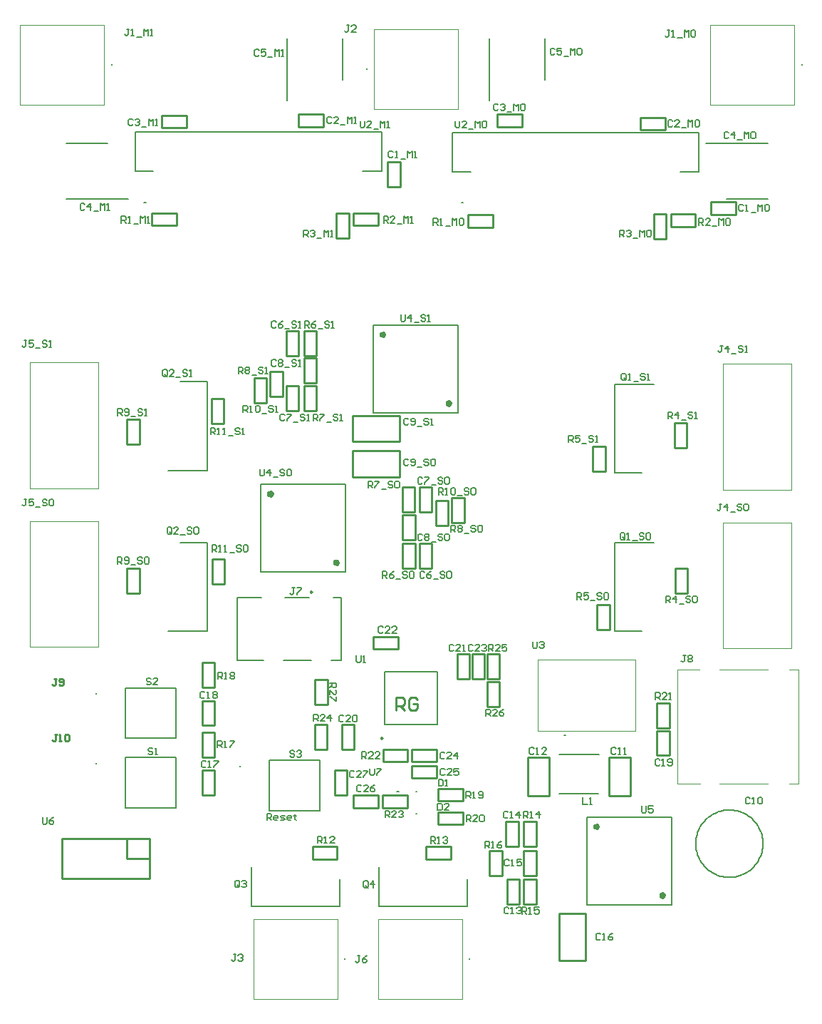
<source format=gto>
G04*
G04 #@! TF.GenerationSoftware,Altium Limited,Altium Designer,24.2.2 (26)*
G04*
G04 Layer_Color=65535*
%FSLAX25Y25*%
%MOIN*%
G70*
G04*
G04 #@! TF.SameCoordinates,1A1EAA83-3352-477D-9F2F-1BB8837AECD5*
G04*
G04*
G04 #@! TF.FilePolarity,Positive*
G04*
G01*
G75*
%ADD10C,0.00787*%
%ADD11C,0.00394*%
%ADD12C,0.00984*%
%ADD13C,0.00945*%
%ADD14C,0.00787*%
%ADD15C,0.01575*%
%ADD16C,0.01000*%
%ADD17C,0.00500*%
D10*
X240517Y471423D02*
D03*
Y503888D02*
D03*
X357071Y380000D02*
D03*
X415386D02*
D03*
X308021Y470098D02*
D03*
X367323Y796000D02*
D03*
X570886Y798000D02*
D03*
X247886D02*
D03*
D11*
X551128Y515430D02*
X551522D01*
X551128D01*
X241729Y600093D02*
Y658952D01*
X209642Y600093D02*
X241729D01*
X209642D02*
Y658952D01*
X241729D01*
X512447Y461985D02*
X523175D01*
X512447D02*
Y515528D01*
X522782D01*
X532231Y461985D02*
X555065D01*
X532231Y515528D02*
X555065D01*
X564908Y461985D02*
X569337D01*
Y515528D01*
X564908D02*
X569337D01*
X314158Y361299D02*
X353528D01*
X314158D02*
Y398701D01*
X353528D01*
Y361299D02*
Y398701D01*
X372472Y361299D02*
X411842D01*
X372472D02*
Y398701D01*
X411842D01*
Y361299D02*
Y398701D01*
X447171Y486656D02*
Y520120D01*
Y486656D02*
X492840D01*
Y520120D01*
X447171D02*
X492840D01*
X209642Y584767D02*
X241729D01*
X209642Y525908D02*
Y584767D01*
Y525908D02*
X241729D01*
Y584767D01*
X533858Y525287D02*
Y584146D01*
X565945D01*
Y525287D02*
Y584146D01*
X533858Y525287D02*
X565945D01*
X533858Y599472D02*
Y658331D01*
X565945D01*
Y599472D02*
Y658331D01*
X533858Y599472D02*
X565945D01*
X370472Y814701D02*
X409842D01*
Y777299D02*
Y814701D01*
X370472Y777299D02*
X409842D01*
X370472D02*
Y814701D01*
X567343Y779299D02*
Y816701D01*
X527972D02*
X567343D01*
X527972Y779299D02*
Y816701D01*
Y779299D02*
X567343D01*
X244342D02*
Y816701D01*
X204972D02*
X244342D01*
X204972Y779299D02*
Y816701D01*
Y779299D02*
X244342D01*
D12*
X374713Y483398D02*
X373974Y483824D01*
Y482971D01*
X374713Y483398D01*
D13*
X341709Y551749D02*
X341000Y552158D01*
Y551340D01*
X341709Y551749D01*
D14*
X552638Y434000D02*
X552606Y434999D01*
X552511Y435994D01*
X552353Y436980D01*
X552133Y437955D01*
X551852Y438914D01*
X551510Y439853D01*
X551109Y440768D01*
X550651Y441657D01*
X550138Y442514D01*
X549571Y443337D01*
X548953Y444123D01*
X548287Y444867D01*
X547575Y445568D01*
X546820Y446223D01*
X546025Y446828D01*
X545192Y447381D01*
X544327Y447881D01*
X543432Y448325D01*
X542510Y448711D01*
X541566Y449038D01*
X540602Y449304D01*
X539624Y449509D01*
X538635Y449651D01*
X537639Y449730D01*
X536640Y449746D01*
X535642Y449698D01*
X534649Y449588D01*
X533665Y449414D01*
X532693Y449179D01*
X531739Y448882D01*
X530806Y448525D01*
X529897Y448110D01*
X529016Y447638D01*
X528167Y447111D01*
X527353Y446532D01*
X526577Y445902D01*
X525843Y445224D01*
X525153Y444500D01*
X524511Y443735D01*
X523918Y442930D01*
X523378Y442089D01*
X522892Y441216D01*
X522463Y440314D01*
X522091Y439386D01*
X521780Y438437D01*
X521529Y437469D01*
X521340Y436488D01*
X521213Y435497D01*
X521150Y434500D01*
Y433500D01*
X521213Y432503D01*
X521340Y431512D01*
X521529Y430531D01*
X521780Y429563D01*
X522091Y428614D01*
X522463Y427686D01*
X522892Y426784D01*
X523378Y425911D01*
X523918Y425070D01*
X524511Y424265D01*
X525153Y423500D01*
X525843Y422777D01*
X526577Y422098D01*
X527353Y421468D01*
X528167Y420889D01*
X529016Y420362D01*
X529897Y419890D01*
X530806Y419475D01*
X531739Y419118D01*
X532693Y418821D01*
X533665Y418586D01*
X534649Y418412D01*
X535642Y418301D01*
X536640Y418254D01*
X537639Y418270D01*
X538635Y418349D01*
X539624Y418491D01*
X540602Y418696D01*
X541566Y418962D01*
X542510Y419289D01*
X543432Y419675D01*
X544327Y420119D01*
X545192Y420618D01*
X546025Y421172D01*
X546820Y421777D01*
X547575Y422432D01*
X548287Y423133D01*
X548953Y423877D01*
X549571Y424663D01*
X550138Y425486D01*
X550651Y426343D01*
X551109Y427232D01*
X551510Y428147D01*
X551852Y429086D01*
X552133Y430045D01*
X552353Y431020D01*
X552511Y432006D01*
X552606Y433001D01*
X552638Y434000D01*
X459612Y484687D02*
X460399D01*
X459612D01*
X390260Y448052D02*
X390654D01*
X390260D01*
X390654D01*
X382164Y458527D02*
X381376D01*
X382164D01*
X390295Y458283D02*
X390689D01*
X390295D01*
X390689D01*
X412244Y733606D02*
X411457D01*
X412244D01*
X263811Y733858D02*
X263024D01*
X263811D01*
X254245Y450754D02*
X277867D01*
Y474376D01*
X254245D02*
X277867D01*
X254245Y450754D02*
Y474376D01*
Y483219D02*
Y506841D01*
X277867D01*
Y483219D02*
Y506841D01*
X254245Y483219D02*
X277867D01*
X375598Y489598D02*
X400402D01*
Y514402D01*
X375598D02*
X400402D01*
X375598Y489598D02*
Y514402D01*
X313343Y404750D02*
Y423057D01*
Y404750D02*
X354760D01*
Y417447D01*
X372857Y404822D02*
Y423129D01*
Y404822D02*
X414274D01*
Y417519D01*
X274390Y533291D02*
X292697D01*
Y574709D01*
X280000D02*
X292697D01*
X280000Y649944D02*
X292697D01*
Y608527D02*
Y649944D01*
X274390Y608527D02*
X292697D01*
X483303Y607291D02*
X496000D01*
X483303D02*
Y648709D01*
X501610D01*
X483303Y533291D02*
X496000D01*
X483303D02*
Y574709D01*
X501610D01*
X321749Y449429D02*
Y473051D01*
X345371D01*
Y449429D02*
Y473051D01*
X321749Y449429D02*
X345371D01*
X357382Y561008D02*
Y601992D01*
X317618D02*
X357382D01*
X317618Y561008D02*
Y601992D01*
Y561008D02*
X357382D01*
X370118Y635508D02*
Y676492D01*
Y635508D02*
X409882D01*
Y676492D01*
X370118D02*
X409882D01*
X470118Y446492D02*
X509882D01*
Y405508D02*
Y446492D01*
X470118Y405508D02*
X509882D01*
X470118D02*
Y446492D01*
X450492Y791004D02*
Y810492D01*
X424508Y781260D02*
Y810492D01*
X535543Y735508D02*
X555031D01*
X525799Y761492D02*
X555031D01*
X355992Y791004D02*
Y810492D01*
X330008Y781260D02*
Y810492D01*
X226508Y761492D02*
X245996D01*
X226508Y735508D02*
X255740D01*
D15*
X353740Y565437D02*
X353196Y566186D01*
X352316Y565900D01*
Y564974D01*
X353196Y564688D01*
X353740Y565437D01*
X322835Y597563D02*
X322291Y598312D01*
X321410Y598026D01*
Y597100D01*
X322291Y596814D01*
X322835Y597563D01*
X375335Y672063D02*
X374791Y672812D01*
X373910Y672526D01*
Y671600D01*
X374791Y671314D01*
X375335Y672063D01*
X406240Y639937D02*
X405696Y640686D01*
X404816Y640400D01*
Y639474D01*
X405696Y639188D01*
X406240Y639937D01*
X506240Y409937D02*
X505696Y410686D01*
X504816Y410400D01*
Y409474D01*
X505696Y409188D01*
X506240Y409937D01*
X475335Y442063D02*
X474791Y442812D01*
X473910Y442526D01*
Y441600D01*
X474791Y441314D01*
X475335Y442063D01*
D16*
X457398Y401217D02*
X469602D01*
Y379366D02*
Y401217D01*
X457398Y379366D02*
Y401217D01*
X458933Y379366D02*
X469602D01*
X457398D02*
X458933D01*
X360748Y621898D02*
Y634102D01*
X382598D01*
X360748Y621898D02*
X382598D01*
Y623433D02*
Y634102D01*
Y621898D02*
Y623433D01*
X360748Y605398D02*
Y617602D01*
X382598D01*
X360748Y605398D02*
X382598D01*
Y606933D02*
Y617602D01*
Y605398D02*
Y606933D01*
X254784Y426980D02*
Y436035D01*
Y426980D02*
X265512D01*
Y417630D02*
Y436331D01*
X224764D02*
X265512D01*
X224764Y417630D02*
Y436331D01*
Y417630D02*
X265512D01*
X294528Y630522D02*
X300328D01*
Y642122D01*
X294528D02*
X300328D01*
X294528Y630522D02*
Y642122D01*
X341827Y426765D02*
X353427D01*
X341827D02*
Y432565D01*
X353427D01*
Y426765D02*
Y432565D01*
X295911Y507018D02*
Y518618D01*
X290111Y507018D02*
X295911D01*
X290111D02*
Y518618D01*
X295911D01*
Y489230D02*
Y500830D01*
X290111Y489230D02*
X295911D01*
X290111D02*
Y500830D01*
X295911D01*
Y456765D02*
Y468365D01*
X290111Y456765D02*
X295911D01*
X290111D02*
Y468365D01*
X295911D01*
Y474424D02*
Y486024D01*
X290111Y474424D02*
X295911D01*
X290111D02*
Y486024D01*
X295911D01*
X348684Y478017D02*
Y489617D01*
X342884Y478017D02*
X348684D01*
X342884D02*
Y489617D01*
X348684D01*
X260900Y551200D02*
Y562800D01*
X255100Y551200D02*
X260900D01*
X255100D02*
Y562800D01*
X260900D01*
X294799Y555296D02*
Y566896D01*
X300599D01*
Y555296D02*
Y566896D01*
X294799Y555296D02*
X300599D01*
X357971Y456765D02*
Y468365D01*
X352171Y456765D02*
X357971D01*
X352171D02*
Y468365D01*
X357971D01*
X361400Y478200D02*
Y489800D01*
X355600Y478200D02*
X361400D01*
X355600D02*
Y489800D01*
X361400D01*
X360930Y450861D02*
X372530D01*
X360930D02*
Y456661D01*
X372530D01*
Y450861D02*
Y456661D01*
X374758Y450861D02*
X386358D01*
X374758D02*
Y456661D01*
X386358D01*
Y450861D02*
Y456661D01*
X374807Y472294D02*
X386407D01*
X374807D02*
Y478094D01*
X386407D01*
Y472294D02*
Y478094D01*
X388212Y464660D02*
X399812D01*
X388212D02*
Y470460D01*
X399812D01*
Y464660D02*
Y470460D01*
X388289Y472214D02*
X399889D01*
X388289D02*
Y478014D01*
X399889D01*
Y472214D02*
Y478014D01*
X348900Y499200D02*
Y510800D01*
X343100Y499200D02*
X348900D01*
X343100D02*
Y510800D01*
X348900D01*
X370398Y530785D02*
X381998D01*
Y524985D02*
Y530785D01*
X370398Y524985D02*
X381998D01*
X370398D02*
Y530785D01*
X503100Y488200D02*
Y499800D01*
X508900D01*
Y488200D02*
Y499800D01*
X503100Y488200D02*
X508900D01*
Y475251D02*
Y486851D01*
X503100Y475251D02*
X508900D01*
X503100D02*
Y486851D01*
X508900D01*
X517400Y551200D02*
Y562800D01*
X511600Y551200D02*
X517400D01*
X511600D02*
Y562800D01*
X517400D01*
X511265Y619149D02*
Y630749D01*
X517065D01*
Y619149D02*
Y630749D01*
X511265Y619149D02*
X517065D01*
X383985Y575938D02*
Y587538D01*
X389785D01*
Y575938D02*
Y587538D01*
X383985Y575938D02*
X389785D01*
X383995Y562690D02*
Y574290D01*
X389795D01*
Y562690D02*
Y574290D01*
X383995Y562690D02*
X389795D01*
X405400Y582649D02*
Y594249D01*
X399600Y582649D02*
X405400D01*
X399600D02*
Y594249D01*
X405400D01*
X391952Y562690D02*
Y574290D01*
X397752D01*
Y562690D02*
Y574290D01*
X391952Y562690D02*
X397752D01*
X407100Y584200D02*
Y595800D01*
X412900D01*
Y584200D02*
Y595800D01*
X407100Y584200D02*
X412900D01*
X389724Y589057D02*
Y600657D01*
X383924Y589057D02*
X389724D01*
X383924D02*
Y600657D01*
X389724D01*
X397752Y589057D02*
Y600657D01*
X391952Y589057D02*
X397752D01*
X391952D02*
Y600657D01*
X397752D01*
X473100Y608200D02*
Y619800D01*
X478900D01*
Y608200D02*
Y619800D01*
X473100Y608200D02*
X478900D01*
X335430Y662076D02*
Y673676D01*
X329630Y662076D02*
X335430D01*
X329630D02*
Y673676D01*
X335430D01*
X343710Y649312D02*
Y660912D01*
X337910Y649312D02*
X343710D01*
X337910D02*
Y660912D01*
X343710D01*
X343650Y662143D02*
Y673743D01*
X337850Y662143D02*
X343650D01*
X337850D02*
Y673743D01*
X343650D01*
X415400Y511200D02*
Y522800D01*
X409600Y511200D02*
X415400D01*
X409600D02*
Y522800D01*
X415400D01*
X422400Y511200D02*
Y522800D01*
X416600Y511200D02*
X422400D01*
X416600D02*
Y522800D01*
X422400D01*
X400674Y442907D02*
X412274D01*
X400674D02*
Y448707D01*
X412274D01*
Y442907D02*
Y448707D01*
X400721Y453980D02*
X412321D01*
X400721D02*
Y459780D01*
X412321D01*
Y453980D02*
Y459780D01*
X423600Y498149D02*
Y509749D01*
X429400D01*
Y498149D02*
Y509749D01*
X423600Y498149D02*
X429400D01*
X490512Y456228D02*
Y474228D01*
X480512Y456228D02*
X490512D01*
X480512D02*
Y474228D01*
X490512D01*
X475100Y534200D02*
Y545800D01*
X480900D01*
Y534200D02*
Y545800D01*
X475100Y534200D02*
X480900D01*
X423600Y511149D02*
Y522749D01*
X429400D01*
Y511149D02*
Y522749D01*
X423600Y511149D02*
X429400D01*
X452519Y456228D02*
Y474228D01*
X442519Y456228D02*
X452519D01*
X442519D02*
Y474228D01*
X452519D01*
X446519Y419110D02*
Y430710D01*
X440719Y419110D02*
X446519D01*
X440719D02*
Y430710D01*
X446519D01*
X394958Y432565D02*
X406558D01*
Y426765D02*
Y432565D01*
X394958Y426765D02*
X406558D01*
X394958D02*
Y432565D01*
X424742Y419110D02*
Y430710D01*
X430542D01*
Y419110D02*
Y430710D01*
X424742Y419110D02*
X430542D01*
X440759Y405707D02*
Y417307D01*
X446559D01*
Y405707D02*
Y417307D01*
X440759Y405707D02*
X446559D01*
X432825D02*
Y417307D01*
X438625D01*
Y405707D02*
Y417307D01*
X432825Y405707D02*
X438625D01*
X438190Y432824D02*
Y444424D01*
X432390Y432824D02*
X438190D01*
X432390D02*
Y444424D01*
X438190D01*
X446519Y432824D02*
Y444424D01*
X440719Y432824D02*
X446519D01*
X440719D02*
Y444424D01*
X446519D01*
X255100Y620700D02*
X260900D01*
Y632300D01*
X255100D02*
X260900D01*
X255100Y620700D02*
Y632300D01*
X320400Y640200D02*
Y651800D01*
X314600Y640200D02*
X320400D01*
X314600D02*
Y651800D01*
X320400D01*
X329630Y636289D02*
Y647889D01*
X335430D01*
Y636289D02*
Y647889D01*
X329630Y636289D02*
X335430D01*
X337889Y636276D02*
Y647876D01*
X343689D01*
Y636276D02*
Y647876D01*
X337889Y636276D02*
X343689D01*
X322100Y643200D02*
Y654800D01*
X327900D01*
Y643200D02*
Y654800D01*
X322100Y643200D02*
X327900D01*
X414700Y727900D02*
X426300D01*
Y722100D02*
Y727900D01*
X414700Y722100D02*
X426300D01*
X414700D02*
Y727900D01*
X509475Y728300D02*
X521075D01*
Y722500D02*
Y728300D01*
X509475Y722500D02*
X521075D01*
X509475D02*
Y728300D01*
X495200Y773400D02*
X506800D01*
Y767600D02*
Y773400D01*
X495200Y767600D02*
X506800D01*
X495200D02*
Y773400D01*
X266676Y728800D02*
X278276D01*
Y723000D02*
Y728800D01*
X266676Y723000D02*
X278276D01*
X266676D02*
Y728800D01*
X501600Y716700D02*
Y728300D01*
X507400D01*
Y716700D02*
Y728300D01*
X501600Y716700D02*
X507400D01*
X361100Y723000D02*
Y728800D01*
Y723000D02*
X372700D01*
Y728800D01*
X361100D02*
X372700D01*
X439800Y769100D02*
Y774900D01*
X428200D02*
X439800D01*
X428200Y769100D02*
Y774900D01*
Y769100D02*
X439800D01*
X528200Y728100D02*
Y733900D01*
Y728100D02*
X539800D01*
Y733900D01*
X528200D02*
X539800D01*
X353100Y717200D02*
X358900D01*
Y728800D01*
X353100D02*
X358900D01*
X353100Y717200D02*
Y728800D01*
X377100Y752800D02*
X382900D01*
X377100Y741200D02*
Y752800D01*
Y741200D02*
X382900D01*
Y752800D01*
X282851Y768600D02*
Y774400D01*
X271251D02*
X282851D01*
X271251Y768600D02*
Y774400D01*
Y768600D02*
X282851D01*
X346851Y769100D02*
Y774900D01*
X335251D02*
X346851D01*
X335251Y769100D02*
Y774900D01*
Y769100D02*
X346851D01*
X381000Y496500D02*
Y502498D01*
X383999D01*
X384999Y501498D01*
Y499499D01*
X383999Y498499D01*
X381000D01*
X382999D02*
X384999Y496500D01*
X390997Y501498D02*
X389997Y502498D01*
X387998D01*
X386998Y501498D01*
Y497500D01*
X387998Y496500D01*
X389997D01*
X390997Y497500D01*
Y499499D01*
X388997D01*
X222163Y485074D02*
X221114D01*
X221639D01*
Y482450D01*
X221114Y481926D01*
X220589D01*
X220064Y482450D01*
X223213Y481926D02*
X224262D01*
X223738D01*
Y485074D01*
X223213Y484550D01*
X225837D02*
X226361Y485074D01*
X227411D01*
X227936Y484550D01*
Y482450D01*
X227411Y481926D01*
X226361D01*
X225837Y482450D01*
Y484550D01*
X222099Y511149D02*
X221049D01*
X221574D01*
Y508525D01*
X221049Y508000D01*
X220525D01*
X220000Y508525D01*
X223149D02*
X223673Y508000D01*
X224723D01*
X225248Y508525D01*
Y510624D01*
X224723Y511149D01*
X223673D01*
X223149Y510624D01*
Y510099D01*
X223673Y509574D01*
X225248D01*
D17*
X306709Y519823D02*
Y549177D01*
X351669D02*
X355291D01*
X329031D02*
X340252D01*
X306709D02*
X317811D01*
X355291Y519823D02*
Y549177D01*
X306709Y519823D02*
X318795D01*
X328244D02*
X341433D01*
X350488D02*
X355291D01*
X457267Y457318D02*
X475744D01*
X457267Y475748D02*
X475791D01*
X513819Y748016D02*
X522677D01*
X407323D02*
X415787D01*
X522677D02*
Y766323D01*
X407323Y748016D02*
Y766323D01*
X522677D01*
X365386Y748268D02*
X374244D01*
X258890D02*
X267354D01*
X374244D02*
Y766575D01*
X258890Y748268D02*
Y766575D01*
X374244D01*
X320500Y445000D02*
Y448149D01*
X322074D01*
X322599Y447624D01*
Y446574D01*
X322074Y446049D01*
X320500D01*
X321550D02*
X322599Y445000D01*
X325223D02*
X324173D01*
X323649Y445525D01*
Y446574D01*
X324173Y447099D01*
X325223D01*
X325748Y446574D01*
Y446049D01*
X323649D01*
X326797Y445000D02*
X328372D01*
X328896Y445525D01*
X328372Y446049D01*
X327322D01*
X326797Y446574D01*
X327322Y447099D01*
X328896D01*
X331520Y445000D02*
X330470D01*
X329946Y445525D01*
Y446574D01*
X330470Y447099D01*
X331520D01*
X332045Y446574D01*
Y446049D01*
X329946D01*
X333619Y447624D02*
Y447099D01*
X333094D01*
X334144D01*
X333619D01*
Y445525D01*
X334144Y445000D01*
X516475Y522074D02*
X515426D01*
X515950D01*
Y519451D01*
X515426Y518926D01*
X514901D01*
X514376Y519451D01*
X517525Y521550D02*
X518049Y522074D01*
X519099D01*
X519624Y521550D01*
Y521025D01*
X519099Y520500D01*
X519624Y519975D01*
Y519451D01*
X519099Y518926D01*
X518049D01*
X517525Y519451D01*
Y519975D01*
X518049Y520500D01*
X517525Y521025D01*
Y521550D01*
X518049Y520500D02*
X519099D01*
X400430Y452746D02*
Y449598D01*
X402005D01*
X402530Y450122D01*
Y452221D01*
X402005Y452746D01*
X400430D01*
X405678Y449598D02*
X403579D01*
X405678Y451697D01*
Y452221D01*
X405153Y452746D01*
X404104D01*
X403579Y452221D01*
X400860Y464051D02*
Y460903D01*
X402434D01*
X402959Y461428D01*
Y463527D01*
X402434Y464051D01*
X400860D01*
X404008Y460903D02*
X405058D01*
X404533D01*
Y464051D01*
X404008Y463527D01*
X368774Y469202D02*
Y466578D01*
X369299Y466053D01*
X370349D01*
X370873Y466578D01*
Y469202D01*
X371923D02*
X374022D01*
Y468677D01*
X371923Y466578D01*
Y466053D01*
X215500Y446349D02*
Y443725D01*
X216025Y443200D01*
X217074D01*
X217599Y443725D01*
Y446349D01*
X220748D02*
X219698Y445824D01*
X218649Y444774D01*
Y443725D01*
X219173Y443200D01*
X220223D01*
X220748Y443725D01*
Y444249D01*
X220223Y444774D01*
X218649D01*
X495876Y451574D02*
Y448950D01*
X496401Y448426D01*
X497450D01*
X497975Y448950D01*
Y451574D01*
X501124D02*
X499025D01*
Y450000D01*
X500074Y450525D01*
X500599D01*
X501124Y450000D01*
Y448950D01*
X500599Y448426D01*
X499549D01*
X499025Y448950D01*
X383178Y681337D02*
Y678713D01*
X383703Y678188D01*
X384752D01*
X385277Y678713D01*
Y681337D01*
X387901Y678188D02*
Y681337D01*
X386327Y679762D01*
X388426D01*
X389475Y677663D02*
X391574D01*
X394723Y680812D02*
X394198Y681337D01*
X393149D01*
X392624Y680812D01*
Y680287D01*
X393149Y679762D01*
X394198D01*
X394723Y679238D01*
Y678713D01*
X394198Y678188D01*
X393149D01*
X392624Y678713D01*
X395772Y678188D02*
X396822D01*
X396297D01*
Y681337D01*
X395772Y680812D01*
X317200Y609049D02*
Y606425D01*
X317725Y605900D01*
X318774D01*
X319299Y606425D01*
Y609049D01*
X321923Y605900D02*
Y609049D01*
X320349Y607474D01*
X322448D01*
X323497Y605375D02*
X325596D01*
X328745Y608524D02*
X328220Y609049D01*
X327170D01*
X326646Y608524D01*
Y607999D01*
X327170Y607474D01*
X328220D01*
X328745Y606950D01*
Y606425D01*
X328220Y605900D01*
X327170D01*
X326646Y606425D01*
X329794Y608524D02*
X330319Y609049D01*
X331369D01*
X331893Y608524D01*
Y606425D01*
X331369Y605900D01*
X330319D01*
X329794Y606425D01*
Y608524D01*
X444908Y528511D02*
Y525888D01*
X445432Y525363D01*
X446482D01*
X447007Y525888D01*
Y528511D01*
X448056Y527987D02*
X448581Y528511D01*
X449630D01*
X450155Y527987D01*
Y527462D01*
X449630Y526937D01*
X449106D01*
X449630D01*
X450155Y526412D01*
Y525888D01*
X449630Y525363D01*
X448581D01*
X448056Y525888D01*
X364178Y771837D02*
Y769213D01*
X364703Y768688D01*
X365752D01*
X366277Y769213D01*
Y771837D01*
X369426Y768688D02*
X367327D01*
X369426Y770787D01*
Y771312D01*
X368901Y771837D01*
X367851D01*
X367327Y771312D01*
X370475Y768163D02*
X372574D01*
X373624Y768688D02*
Y771837D01*
X374673Y770787D01*
X375723Y771837D01*
Y768688D01*
X376772D02*
X377822D01*
X377297D01*
Y771837D01*
X376772Y771312D01*
X408653Y771837D02*
Y769213D01*
X409178Y768688D01*
X410228D01*
X410752Y769213D01*
Y771837D01*
X413901Y768688D02*
X411802D01*
X413901Y770787D01*
Y771312D01*
X413376Y771837D01*
X412327D01*
X411802Y771312D01*
X414951Y768163D02*
X417050D01*
X418099Y768688D02*
Y771837D01*
X419149Y770787D01*
X420198Y771837D01*
Y768688D01*
X421248Y771312D02*
X421772Y771837D01*
X422822D01*
X423347Y771312D01*
Y769213D01*
X422822Y768688D01*
X421772D01*
X421248Y769213D01*
Y771312D01*
X362362Y521911D02*
Y519287D01*
X362887Y518762D01*
X363937D01*
X364461Y519287D01*
Y521911D01*
X365511Y518762D02*
X366561D01*
X366036D01*
Y521911D01*
X365511Y521386D01*
X333396Y477155D02*
X332872Y477680D01*
X331822D01*
X331297Y477155D01*
Y476630D01*
X331822Y476106D01*
X332872D01*
X333396Y475581D01*
Y475056D01*
X332872Y474531D01*
X331822D01*
X331297Y475056D01*
X334446Y477155D02*
X334971Y477680D01*
X336020D01*
X336545Y477155D01*
Y476630D01*
X336020Y476106D01*
X335495D01*
X336020D01*
X336545Y475581D01*
Y475056D01*
X336020Y474531D01*
X334971D01*
X334446Y475056D01*
X266291Y510877D02*
X265767Y511402D01*
X264717D01*
X264192Y510877D01*
Y510352D01*
X264717Y509827D01*
X265767D01*
X266291Y509303D01*
Y508778D01*
X265767Y508253D01*
X264717D01*
X264192Y508778D01*
X269440Y508253D02*
X267341D01*
X269440Y510352D01*
Y510877D01*
X268915Y511402D01*
X267866D01*
X267341Y510877D01*
X267079Y478218D02*
X266554Y478743D01*
X265505D01*
X264980Y478218D01*
Y477693D01*
X265505Y477168D01*
X266554D01*
X267079Y476644D01*
Y476119D01*
X266554Y475594D01*
X265505D01*
X264980Y476119D01*
X268128Y475594D02*
X269178D01*
X268653D01*
Y478743D01*
X268128Y478218D01*
X349888Y508982D02*
X353036D01*
Y507408D01*
X352512Y506883D01*
X351462D01*
X350937Y507408D01*
Y508982D01*
Y507933D02*
X349888Y506883D01*
Y503735D02*
Y505834D01*
X351987Y503735D01*
X352512D01*
X353036Y504259D01*
Y505309D01*
X352512Y505834D01*
X353036Y502685D02*
Y500586D01*
X352512D01*
X350413Y502685D01*
X349888D01*
X423022Y493701D02*
Y496850D01*
X424596D01*
X425121Y496325D01*
Y495275D01*
X424596Y494751D01*
X423022D01*
X424071D02*
X425121Y493701D01*
X428269D02*
X426170D01*
X428269Y495800D01*
Y496325D01*
X427745Y496850D01*
X426695D01*
X426170Y496325D01*
X431418Y496850D02*
X430369Y496325D01*
X429319Y495275D01*
Y494226D01*
X429844Y493701D01*
X430893D01*
X431418Y494226D01*
Y494751D01*
X430893Y495275D01*
X429319D01*
X424302Y523926D02*
Y527074D01*
X425876D01*
X426401Y526549D01*
Y525500D01*
X425876Y524975D01*
X424302D01*
X425351D02*
X426401Y523926D01*
X429550D02*
X427451D01*
X429550Y526025D01*
Y526549D01*
X429025Y527074D01*
X427975D01*
X427451Y526549D01*
X432698Y527074D02*
X430599D01*
Y525500D01*
X431649Y526025D01*
X432173D01*
X432698Y525500D01*
Y524450D01*
X432173Y523926D01*
X431124D01*
X430599Y524450D01*
X342399Y491212D02*
Y494361D01*
X343973D01*
X344498Y493836D01*
Y492787D01*
X343973Y492262D01*
X342399D01*
X343448D02*
X344498Y491212D01*
X347646D02*
X345547D01*
X347646Y493311D01*
Y493836D01*
X347121Y494361D01*
X346072D01*
X345547Y493836D01*
X350270Y491212D02*
Y494361D01*
X348696Y492787D01*
X350795D01*
X375829Y446214D02*
Y449363D01*
X377403D01*
X377928Y448838D01*
Y447788D01*
X377403Y447264D01*
X375829D01*
X376878D02*
X377928Y446214D01*
X381076D02*
X378977D01*
X381076Y448313D01*
Y448838D01*
X380552Y449363D01*
X379502D01*
X378977Y448838D01*
X382126D02*
X382651Y449363D01*
X383700D01*
X384225Y448838D01*
Y448313D01*
X383700Y447788D01*
X383175D01*
X383700D01*
X384225Y447264D01*
Y446739D01*
X383700Y446214D01*
X382651D01*
X382126Y446739D01*
X364909Y473766D02*
Y476914D01*
X366483D01*
X367008Y476390D01*
Y475340D01*
X366483Y474815D01*
X364909D01*
X365958D02*
X367008Y473766D01*
X370156D02*
X368057D01*
X370156Y475865D01*
Y476390D01*
X369632Y476914D01*
X368582D01*
X368057Y476390D01*
X373305Y473766D02*
X371206D01*
X373305Y475865D01*
Y476390D01*
X372780Y476914D01*
X371731D01*
X371206Y476390D01*
X502352Y501423D02*
Y504571D01*
X503926D01*
X504451Y504046D01*
Y502997D01*
X503926Y502472D01*
X502352D01*
X503402D02*
X504451Y501423D01*
X507600D02*
X505501D01*
X507600Y503522D01*
Y504046D01*
X507075Y504571D01*
X506026D01*
X505501Y504046D01*
X508649Y501423D02*
X509699D01*
X509174D01*
Y504571D01*
X508649Y504046D01*
X413795Y444303D02*
Y447452D01*
X415370D01*
X415894Y446927D01*
Y445878D01*
X415370Y445353D01*
X413795D01*
X414845D02*
X415894Y444303D01*
X419043D02*
X416944D01*
X419043Y446402D01*
Y446927D01*
X418518Y447452D01*
X417469D01*
X416944Y446927D01*
X420092D02*
X420617Y447452D01*
X421667D01*
X422191Y446927D01*
Y444828D01*
X421667Y444303D01*
X420617D01*
X420092Y444828D01*
Y446927D01*
X413767Y455247D02*
Y458395D01*
X415341D01*
X415866Y457871D01*
Y456821D01*
X415341Y456296D01*
X413767D01*
X414816D02*
X415866Y455247D01*
X416915D02*
X417965D01*
X417440D01*
Y458395D01*
X416915Y457871D01*
X419539Y455771D02*
X420064Y455247D01*
X421114D01*
X421638Y455771D01*
Y457871D01*
X421114Y458395D01*
X420064D01*
X419539Y457871D01*
Y457346D01*
X420064Y456821D01*
X421638D01*
X297564Y510926D02*
Y514074D01*
X299139D01*
X299663Y513550D01*
Y512500D01*
X299139Y511975D01*
X297564D01*
X298614D02*
X299663Y510926D01*
X300713D02*
X301762D01*
X301238D01*
Y514074D01*
X300713Y513550D01*
X303337D02*
X303861Y514074D01*
X304911D01*
X305436Y513550D01*
Y513025D01*
X304911Y512500D01*
X305436Y511975D01*
Y511450D01*
X304911Y510926D01*
X303861D01*
X303337Y511450D01*
Y511975D01*
X303861Y512500D01*
X303337Y513025D01*
Y513550D01*
X303861Y512500D02*
X304911D01*
X297375Y479002D02*
Y482150D01*
X298950D01*
X299475Y481625D01*
Y480576D01*
X298950Y480051D01*
X297375D01*
X298425D02*
X299475Y479002D01*
X300524D02*
X301574D01*
X301049D01*
Y482150D01*
X300524Y481625D01*
X303148Y482150D02*
X305247D01*
Y481625D01*
X303148Y479526D01*
Y479002D01*
X422564Y431926D02*
Y435074D01*
X424139D01*
X424663Y434550D01*
Y433500D01*
X424139Y432975D01*
X422564D01*
X423614D02*
X424663Y431926D01*
X425713D02*
X426762D01*
X426238D01*
Y435074D01*
X425713Y434550D01*
X430436Y435074D02*
X429386Y434550D01*
X428337Y433500D01*
Y432450D01*
X428861Y431926D01*
X429911D01*
X430436Y432450D01*
Y432975D01*
X429911Y433500D01*
X428337D01*
X439957Y401202D02*
Y404351D01*
X441531D01*
X442056Y403826D01*
Y402776D01*
X441531Y402252D01*
X439957D01*
X441006D02*
X442056Y401202D01*
X443105D02*
X444155D01*
X443630D01*
Y404351D01*
X443105Y403826D01*
X447828Y404351D02*
X445729D01*
Y402776D01*
X446778Y403301D01*
X447303D01*
X447828Y402776D01*
Y401727D01*
X447303Y401202D01*
X446254D01*
X445729Y401727D01*
X440588Y445969D02*
Y449118D01*
X442162D01*
X442687Y448593D01*
Y447543D01*
X442162Y447018D01*
X440588D01*
X441638D02*
X442687Y445969D01*
X443737D02*
X444786D01*
X444261D01*
Y449118D01*
X443737Y448593D01*
X447935Y445969D02*
Y449118D01*
X446360Y447543D01*
X448459D01*
X397154Y434174D02*
Y437323D01*
X398728D01*
X399253Y436798D01*
Y435749D01*
X398728Y435224D01*
X397154D01*
X398203D02*
X399253Y434174D01*
X400302D02*
X401352D01*
X400827D01*
Y437323D01*
X400302Y436798D01*
X402926D02*
X403451Y437323D01*
X404500D01*
X405025Y436798D01*
Y436273D01*
X404500Y435749D01*
X403976D01*
X404500D01*
X405025Y435224D01*
Y434699D01*
X404500Y434174D01*
X403451D01*
X402926Y434699D01*
X344292Y434215D02*
Y437364D01*
X345866D01*
X346391Y436839D01*
Y435789D01*
X345866Y435265D01*
X344292D01*
X345342D02*
X346391Y434215D01*
X347441D02*
X348490D01*
X347965D01*
Y437364D01*
X347441Y436839D01*
X352164Y434215D02*
X350064D01*
X352164Y436314D01*
Y436839D01*
X351639Y437364D01*
X350589D01*
X350064Y436839D01*
X294183Y625214D02*
Y628363D01*
X295757D01*
X296282Y627838D01*
Y626789D01*
X295757Y626264D01*
X294183D01*
X295232D02*
X296282Y625214D01*
X297331D02*
X298381D01*
X297856D01*
Y628363D01*
X297331Y627838D01*
X299955Y625214D02*
X301005D01*
X300480D01*
Y628363D01*
X299955Y627838D01*
X302579Y624690D02*
X304678D01*
X307827Y627838D02*
X307302Y628363D01*
X306252D01*
X305728Y627838D01*
Y627314D01*
X306252Y626789D01*
X307302D01*
X307827Y626264D01*
Y625739D01*
X307302Y625214D01*
X306252D01*
X305728Y625739D01*
X308876Y625214D02*
X309926D01*
X309401D01*
Y628363D01*
X308876Y627838D01*
X294800Y570400D02*
Y573549D01*
X296374D01*
X296899Y573024D01*
Y571974D01*
X296374Y571450D01*
X294800D01*
X295849D02*
X296899Y570400D01*
X297949D02*
X298998D01*
X298473D01*
Y573549D01*
X297949Y573024D01*
X300572Y570400D02*
X301622D01*
X301097D01*
Y573549D01*
X300572Y573024D01*
X303196Y569875D02*
X305295D01*
X308444Y573024D02*
X307919Y573549D01*
X306870D01*
X306345Y573024D01*
Y572499D01*
X306870Y571974D01*
X307919D01*
X308444Y571450D01*
Y570925D01*
X307919Y570400D01*
X306870D01*
X306345Y570925D01*
X309493Y573024D02*
X310018Y573549D01*
X311068D01*
X311593Y573024D01*
Y570925D01*
X311068Y570400D01*
X310018D01*
X309493Y570925D01*
Y573024D01*
X309366Y635688D02*
Y638837D01*
X310940D01*
X311465Y638312D01*
Y637262D01*
X310940Y636738D01*
X309366D01*
X310416D02*
X311465Y635688D01*
X312515D02*
X313564D01*
X313039D01*
Y638837D01*
X312515Y638312D01*
X315139D02*
X315663Y638837D01*
X316713D01*
X317238Y638312D01*
Y636213D01*
X316713Y635688D01*
X315663D01*
X315139Y636213D01*
Y638312D01*
X318287Y635163D02*
X320386D01*
X323535Y638312D02*
X323010Y638837D01*
X321960D01*
X321436Y638312D01*
Y637787D01*
X321960Y637262D01*
X323010D01*
X323535Y636738D01*
Y636213D01*
X323010Y635688D01*
X321960D01*
X321436Y636213D01*
X324584Y635688D02*
X325634D01*
X325109D01*
Y638837D01*
X324584Y638312D01*
X400841Y597188D02*
Y600337D01*
X402416D01*
X402940Y599812D01*
Y598762D01*
X402416Y598238D01*
X400841D01*
X401891D02*
X402940Y597188D01*
X403990D02*
X405040D01*
X404515D01*
Y600337D01*
X403990Y599812D01*
X406614D02*
X407139Y600337D01*
X408188D01*
X408713Y599812D01*
Y597713D01*
X408188Y597188D01*
X407139D01*
X406614Y597713D01*
Y599812D01*
X409762Y596663D02*
X411861D01*
X415010Y599812D02*
X414485Y600337D01*
X413436D01*
X412911Y599812D01*
Y599287D01*
X413436Y598762D01*
X414485D01*
X415010Y598238D01*
Y597713D01*
X414485Y597188D01*
X413436D01*
X412911Y597713D01*
X416060Y599812D02*
X416584Y600337D01*
X417634D01*
X418159Y599812D01*
Y597713D01*
X417634Y597188D01*
X416584D01*
X416060Y597713D01*
Y599812D01*
X250678Y634188D02*
Y637337D01*
X252252D01*
X252777Y636812D01*
Y635762D01*
X252252Y635238D01*
X250678D01*
X251728D02*
X252777Y634188D01*
X253827Y634713D02*
X254351Y634188D01*
X255401D01*
X255926Y634713D01*
Y636812D01*
X255401Y637337D01*
X254351D01*
X253827Y636812D01*
Y636287D01*
X254351Y635762D01*
X255926D01*
X256975Y633663D02*
X259074D01*
X262223Y636812D02*
X261698Y637337D01*
X260649D01*
X260124Y636812D01*
Y636287D01*
X260649Y635762D01*
X261698D01*
X262223Y635238D01*
Y634713D01*
X261698Y634188D01*
X260649D01*
X260124Y634713D01*
X263272Y634188D02*
X264322D01*
X263797D01*
Y637337D01*
X263272Y636812D01*
X250653Y564739D02*
Y567888D01*
X252228D01*
X252752Y567363D01*
Y566314D01*
X252228Y565789D01*
X250653D01*
X251703D02*
X252752Y564739D01*
X253802Y565264D02*
X254327Y564739D01*
X255376D01*
X255901Y565264D01*
Y567363D01*
X255376Y567888D01*
X254327D01*
X253802Y567363D01*
Y566838D01*
X254327Y566314D01*
X255901D01*
X256950Y564215D02*
X259050D01*
X262198Y567363D02*
X261673Y567888D01*
X260624D01*
X260099Y567363D01*
Y566838D01*
X260624Y566314D01*
X261673D01*
X262198Y565789D01*
Y565264D01*
X261673Y564739D01*
X260624D01*
X260099Y565264D01*
X263248Y567363D02*
X263772Y567888D01*
X264822D01*
X265347Y567363D01*
Y565264D01*
X264822Y564739D01*
X263772D01*
X263248Y565264D01*
Y567363D01*
X307178Y653688D02*
Y656837D01*
X308752D01*
X309277Y656312D01*
Y655262D01*
X308752Y654738D01*
X307178D01*
X308228D02*
X309277Y653688D01*
X310327Y656312D02*
X310851Y656837D01*
X311901D01*
X312426Y656312D01*
Y655787D01*
X311901Y655262D01*
X312426Y654738D01*
Y654213D01*
X311901Y653688D01*
X310851D01*
X310327Y654213D01*
Y654738D01*
X310851Y655262D01*
X310327Y655787D01*
Y656312D01*
X310851Y655262D02*
X311901D01*
X313475Y653163D02*
X315574D01*
X318723Y656312D02*
X318198Y656837D01*
X317149D01*
X316624Y656312D01*
Y655787D01*
X317149Y655262D01*
X318198D01*
X318723Y654738D01*
Y654213D01*
X318198Y653688D01*
X317149D01*
X316624Y654213D01*
X319772Y653688D02*
X320822D01*
X320297D01*
Y656837D01*
X319772Y656312D01*
X406653Y579688D02*
Y582837D01*
X408228D01*
X408752Y582312D01*
Y581262D01*
X408228Y580738D01*
X406653D01*
X407703D02*
X408752Y579688D01*
X409802Y582312D02*
X410327Y582837D01*
X411376D01*
X411901Y582312D01*
Y581787D01*
X411376Y581262D01*
X411901Y580738D01*
Y580213D01*
X411376Y579688D01*
X410327D01*
X409802Y580213D01*
Y580738D01*
X410327Y581262D01*
X409802Y581787D01*
Y582312D01*
X410327Y581262D02*
X411376D01*
X412951Y579163D02*
X415050D01*
X418198Y582312D02*
X417673Y582837D01*
X416624D01*
X416099Y582312D01*
Y581787D01*
X416624Y581262D01*
X417673D01*
X418198Y580738D01*
Y580213D01*
X417673Y579688D01*
X416624D01*
X416099Y580213D01*
X419248Y582312D02*
X419772Y582837D01*
X420822D01*
X421347Y582312D01*
Y580213D01*
X420822Y579688D01*
X419772D01*
X419248Y580213D01*
Y582312D01*
X342178Y631688D02*
Y634837D01*
X343752D01*
X344277Y634312D01*
Y633262D01*
X343752Y632738D01*
X342178D01*
X343228D02*
X344277Y631688D01*
X345327Y634837D02*
X347426D01*
Y634312D01*
X345327Y632213D01*
Y631688D01*
X348475Y631163D02*
X350574D01*
X353723Y634312D02*
X353198Y634837D01*
X352149D01*
X351624Y634312D01*
Y633787D01*
X352149Y633262D01*
X353198D01*
X353723Y632738D01*
Y632213D01*
X353198Y631688D01*
X352149D01*
X351624Y632213D01*
X354772Y631688D02*
X355822D01*
X355297D01*
Y634837D01*
X354772Y634312D01*
X367844Y600290D02*
Y603439D01*
X369418D01*
X369943Y602914D01*
Y601864D01*
X369418Y601339D01*
X367844D01*
X368893D02*
X369943Y600290D01*
X370992Y603439D02*
X373092D01*
Y602914D01*
X370992Y600815D01*
Y600290D01*
X374141Y599765D02*
X376240D01*
X379389Y602914D02*
X378864Y603439D01*
X377814D01*
X377290Y602914D01*
Y602389D01*
X377814Y601864D01*
X378864D01*
X379389Y601339D01*
Y600815D01*
X378864Y600290D01*
X377814D01*
X377290Y600815D01*
X380438Y602914D02*
X380963Y603439D01*
X382013D01*
X382537Y602914D01*
Y600815D01*
X382013Y600290D01*
X380963D01*
X380438Y600815D01*
Y602914D01*
X338178Y675188D02*
Y678337D01*
X339752D01*
X340277Y677812D01*
Y676762D01*
X339752Y676238D01*
X338178D01*
X339228D02*
X340277Y675188D01*
X343426Y678337D02*
X342376Y677812D01*
X341327Y676762D01*
Y675713D01*
X341851Y675188D01*
X342901D01*
X343426Y675713D01*
Y676238D01*
X342901Y676762D01*
X341327D01*
X344475Y674663D02*
X346574D01*
X349723Y677812D02*
X349198Y678337D01*
X348149D01*
X347624Y677812D01*
Y677287D01*
X348149Y676762D01*
X349198D01*
X349723Y676238D01*
Y675713D01*
X349198Y675188D01*
X348149D01*
X347624Y675713D01*
X350772Y675188D02*
X351822D01*
X351297D01*
Y678337D01*
X350772Y677812D01*
X374653Y558188D02*
Y561337D01*
X376228D01*
X376752Y560812D01*
Y559762D01*
X376228Y559238D01*
X374653D01*
X375703D02*
X376752Y558188D01*
X379901Y561337D02*
X378851Y560812D01*
X377802Y559762D01*
Y558713D01*
X378327Y558188D01*
X379376D01*
X379901Y558713D01*
Y559238D01*
X379376Y559762D01*
X377802D01*
X380950Y557663D02*
X383050D01*
X386198Y560812D02*
X385673Y561337D01*
X384624D01*
X384099Y560812D01*
Y560287D01*
X384624Y559762D01*
X385673D01*
X386198Y559238D01*
Y558713D01*
X385673Y558188D01*
X384624D01*
X384099Y558713D01*
X387248Y560812D02*
X387772Y561337D01*
X388822D01*
X389347Y560812D01*
Y558713D01*
X388822Y558188D01*
X387772D01*
X387248Y558713D01*
Y560812D01*
X461678Y621688D02*
Y624837D01*
X463252D01*
X463777Y624312D01*
Y623262D01*
X463252Y622738D01*
X461678D01*
X462728D02*
X463777Y621688D01*
X466926Y624837D02*
X464827D01*
Y623262D01*
X465876Y623787D01*
X466401D01*
X466926Y623262D01*
Y622213D01*
X466401Y621688D01*
X465351D01*
X464827Y622213D01*
X467975Y621163D02*
X470074D01*
X473223Y624312D02*
X472698Y624837D01*
X471649D01*
X471124Y624312D01*
Y623787D01*
X471649Y623262D01*
X472698D01*
X473223Y622738D01*
Y622213D01*
X472698Y621688D01*
X471649D01*
X471124Y622213D01*
X474272Y621688D02*
X475322D01*
X474797D01*
Y624837D01*
X474272Y624312D01*
X465653Y548188D02*
Y551337D01*
X467228D01*
X467752Y550812D01*
Y549762D01*
X467228Y549238D01*
X465653D01*
X466703D02*
X467752Y548188D01*
X470901Y551337D02*
X468802D01*
Y549762D01*
X469851Y550287D01*
X470376D01*
X470901Y549762D01*
Y548713D01*
X470376Y548188D01*
X469327D01*
X468802Y548713D01*
X471950Y547663D02*
X474050D01*
X477198Y550812D02*
X476673Y551337D01*
X475624D01*
X475099Y550812D01*
Y550287D01*
X475624Y549762D01*
X476673D01*
X477198Y549238D01*
Y548713D01*
X476673Y548188D01*
X475624D01*
X475099Y548713D01*
X478248Y550812D02*
X478772Y551337D01*
X479822D01*
X480347Y550812D01*
Y548713D01*
X479822Y548188D01*
X478772D01*
X478248Y548713D01*
Y550812D01*
X508178Y632688D02*
Y635837D01*
X509752D01*
X510277Y635312D01*
Y634262D01*
X509752Y633738D01*
X508178D01*
X509228D02*
X510277Y632688D01*
X512901D02*
Y635837D01*
X511327Y634262D01*
X513426D01*
X514475Y632163D02*
X516574D01*
X519723Y635312D02*
X519198Y635837D01*
X518149D01*
X517624Y635312D01*
Y634787D01*
X518149Y634262D01*
X519198D01*
X519723Y633738D01*
Y633213D01*
X519198Y632688D01*
X518149D01*
X517624Y633213D01*
X520772Y632688D02*
X521822D01*
X521297D01*
Y635837D01*
X520772Y635312D01*
X507153Y546688D02*
Y549837D01*
X508728D01*
X509252Y549312D01*
Y548262D01*
X508728Y547738D01*
X507153D01*
X508203D02*
X509252Y546688D01*
X511876D02*
Y549837D01*
X510302Y548262D01*
X512401D01*
X513450Y546163D02*
X515550D01*
X518698Y549312D02*
X518173Y549837D01*
X517124D01*
X516599Y549312D01*
Y548787D01*
X517124Y548262D01*
X518173D01*
X518698Y547738D01*
Y547213D01*
X518173Y546688D01*
X517124D01*
X516599Y547213D01*
X519748Y549312D02*
X520272Y549837D01*
X521322D01*
X521847Y549312D01*
Y547213D01*
X521322Y546688D01*
X520272D01*
X519748Y547213D01*
Y549312D01*
X337678Y717688D02*
Y720837D01*
X339252D01*
X339777Y720312D01*
Y719262D01*
X339252Y718738D01*
X337678D01*
X338728D02*
X339777Y717688D01*
X340827Y720312D02*
X341351Y720837D01*
X342401D01*
X342926Y720312D01*
Y719787D01*
X342401Y719262D01*
X341876D01*
X342401D01*
X342926Y718738D01*
Y718213D01*
X342401Y717688D01*
X341351D01*
X340827Y718213D01*
X343975Y717163D02*
X346074D01*
X347124Y717688D02*
Y720837D01*
X348173Y719787D01*
X349223Y720837D01*
Y717688D01*
X350272D02*
X351322D01*
X350797D01*
Y720837D01*
X350272Y720312D01*
X485653Y717688D02*
Y720837D01*
X487228D01*
X487752Y720312D01*
Y719262D01*
X487228Y718738D01*
X485653D01*
X486703D02*
X487752Y717688D01*
X488802Y720312D02*
X489327Y720837D01*
X490376D01*
X490901Y720312D01*
Y719787D01*
X490376Y719262D01*
X489851D01*
X490376D01*
X490901Y718738D01*
Y718213D01*
X490376Y717688D01*
X489327D01*
X488802Y718213D01*
X491951Y717163D02*
X494050D01*
X495099Y717688D02*
Y720837D01*
X496149Y719787D01*
X497198Y720837D01*
Y717688D01*
X498248Y720312D02*
X498772Y720837D01*
X499822D01*
X500347Y720312D01*
Y718213D01*
X499822Y717688D01*
X498772D01*
X498248Y718213D01*
Y720312D01*
X375178Y724188D02*
Y727337D01*
X376752D01*
X377277Y726812D01*
Y725762D01*
X376752Y725238D01*
X375178D01*
X376228D02*
X377277Y724188D01*
X380426D02*
X378327D01*
X380426Y726287D01*
Y726812D01*
X379901Y727337D01*
X378851D01*
X378327Y726812D01*
X381475Y723663D02*
X383574D01*
X384624Y724188D02*
Y727337D01*
X385673Y726287D01*
X386723Y727337D01*
Y724188D01*
X387772D02*
X388822D01*
X388297D01*
Y727337D01*
X387772Y726812D01*
X522653Y723188D02*
Y726337D01*
X524228D01*
X524752Y725812D01*
Y724762D01*
X524228Y724238D01*
X522653D01*
X523703D02*
X524752Y723188D01*
X527901D02*
X525802D01*
X527901Y725287D01*
Y725812D01*
X527376Y726337D01*
X526327D01*
X525802Y725812D01*
X528951Y722663D02*
X531049D01*
X532099Y723188D02*
Y726337D01*
X533149Y725287D01*
X534198Y726337D01*
Y723188D01*
X535248Y725812D02*
X535772Y726337D01*
X536822D01*
X537347Y725812D01*
Y723713D01*
X536822Y723188D01*
X535772D01*
X535248Y723713D01*
Y725812D01*
X252440Y724188D02*
Y727337D01*
X254015D01*
X254539Y726812D01*
Y725762D01*
X254015Y725238D01*
X252440D01*
X253490D02*
X254539Y724188D01*
X255589D02*
X256639D01*
X256114D01*
Y727337D01*
X255589Y726812D01*
X258213Y723663D02*
X260312D01*
X261362Y724188D02*
Y727337D01*
X262411Y726287D01*
X263460Y727337D01*
Y724188D01*
X264510D02*
X265560D01*
X265035D01*
Y727337D01*
X264510Y726812D01*
X398416Y723188D02*
Y726337D01*
X399990D01*
X400515Y725812D01*
Y724762D01*
X399990Y724238D01*
X398416D01*
X399465D02*
X400515Y723188D01*
X401564D02*
X402614D01*
X402089D01*
Y726337D01*
X401564Y725812D01*
X404188Y722663D02*
X406287D01*
X407337Y723188D02*
Y726337D01*
X408386Y725287D01*
X409436Y726337D01*
Y723188D01*
X410485Y725812D02*
X411010Y726337D01*
X412060D01*
X412584Y725812D01*
Y723713D01*
X412060Y723188D01*
X411010D01*
X410485Y723713D01*
Y725812D01*
X367806Y413989D02*
Y416088D01*
X367281Y416612D01*
X366231D01*
X365706Y416088D01*
Y413989D01*
X366231Y413464D01*
X367281D01*
X366756Y414513D02*
X367806Y413464D01*
X367281D02*
X367806Y413989D01*
X370429Y413464D02*
Y416612D01*
X368855Y415038D01*
X370954D01*
X307669Y414160D02*
Y416259D01*
X307144Y416784D01*
X306095D01*
X305570Y416259D01*
Y414160D01*
X306095Y413635D01*
X307144D01*
X306619Y414685D02*
X307669Y413635D01*
X307144D02*
X307669Y414160D01*
X308718Y416259D02*
X309243Y416784D01*
X310293D01*
X310817Y416259D01*
Y415734D01*
X310293Y415209D01*
X309768D01*
X310293D01*
X310817Y414685D01*
Y414160D01*
X310293Y413635D01*
X309243D01*
X308718Y414160D01*
X273777Y652948D02*
Y655047D01*
X273252Y655572D01*
X272203D01*
X271678Y655047D01*
Y652948D01*
X272203Y652423D01*
X273252D01*
X272728Y653473D02*
X273777Y652423D01*
X273252D02*
X273777Y652948D01*
X276926Y652423D02*
X274827D01*
X276926Y654522D01*
Y655047D01*
X276401Y655572D01*
X275351D01*
X274827Y655047D01*
X277975Y651898D02*
X280074D01*
X283223Y655047D02*
X282698Y655572D01*
X281649D01*
X281124Y655047D01*
Y654522D01*
X281649Y653998D01*
X282698D01*
X283223Y653473D01*
Y652948D01*
X282698Y652423D01*
X281649D01*
X281124Y652948D01*
X284272Y652423D02*
X285322D01*
X284797D01*
Y655572D01*
X284272Y655047D01*
X275899Y579325D02*
Y581424D01*
X275374Y581949D01*
X274325D01*
X273800Y581424D01*
Y579325D01*
X274325Y578800D01*
X275374D01*
X274850Y579849D02*
X275899Y578800D01*
X275374D02*
X275899Y579325D01*
X279048Y578800D02*
X276949D01*
X279048Y580899D01*
Y581424D01*
X278523Y581949D01*
X277473D01*
X276949Y581424D01*
X280097Y578275D02*
X282196D01*
X285345Y581424D02*
X284820Y581949D01*
X283770D01*
X283246Y581424D01*
Y580899D01*
X283770Y580374D01*
X284820D01*
X285345Y579849D01*
Y579325D01*
X284820Y578800D01*
X283770D01*
X283246Y579325D01*
X286394Y581424D02*
X286919Y581949D01*
X287969D01*
X288493Y581424D01*
Y579325D01*
X287969Y578800D01*
X286919D01*
X286394Y579325D01*
Y581424D01*
X488540Y651213D02*
Y653312D01*
X488015Y653837D01*
X486965D01*
X486440Y653312D01*
Y651213D01*
X486965Y650688D01*
X488015D01*
X487490Y651738D02*
X488540Y650688D01*
X488015D02*
X488540Y651213D01*
X489589Y650688D02*
X490639D01*
X490114D01*
Y653837D01*
X489589Y653312D01*
X492213Y650163D02*
X494312D01*
X497461Y653312D02*
X496936Y653837D01*
X495886D01*
X495361Y653312D01*
Y652787D01*
X495886Y652262D01*
X496936D01*
X497461Y651738D01*
Y651213D01*
X496936Y650688D01*
X495886D01*
X495361Y651213D01*
X498510Y650688D02*
X499560D01*
X499035D01*
Y653837D01*
X498510Y653312D01*
X488015Y576713D02*
Y578812D01*
X487490Y579337D01*
X486440D01*
X485916Y578812D01*
Y576713D01*
X486440Y576188D01*
X487490D01*
X486965Y577238D02*
X488015Y576188D01*
X487490D02*
X488015Y576713D01*
X489064Y576188D02*
X490114D01*
X489589D01*
Y579337D01*
X489064Y578812D01*
X491688Y575663D02*
X493787D01*
X496936Y578812D02*
X496411Y579337D01*
X495361D01*
X494837Y578812D01*
Y578287D01*
X495361Y577762D01*
X496411D01*
X496936Y577238D01*
Y576713D01*
X496411Y576188D01*
X495361D01*
X494837Y576713D01*
X497985Y578812D02*
X498510Y579337D01*
X499560D01*
X500084Y578812D01*
Y576713D01*
X499560Y576188D01*
X498510D01*
X497985Y576713D01*
Y578812D01*
X468401Y455574D02*
Y452426D01*
X470500D01*
X471550D02*
X472599D01*
X472074D01*
Y455574D01*
X471550Y455050D01*
X333475Y553574D02*
X332426D01*
X332950D01*
Y550950D01*
X332426Y550426D01*
X331901D01*
X331376Y550950D01*
X334525Y553574D02*
X336624D01*
Y553050D01*
X334525Y550950D01*
Y550426D01*
X364084Y381680D02*
X363034D01*
X363559D01*
Y379056D01*
X363034Y378531D01*
X362510D01*
X361985Y379056D01*
X367232Y381680D02*
X366183Y381155D01*
X365133Y380105D01*
Y379056D01*
X365658Y378531D01*
X366708D01*
X367232Y379056D01*
Y379580D01*
X366708Y380105D01*
X365133D01*
X208099Y669249D02*
X207049D01*
X207574D01*
Y666625D01*
X207049Y666100D01*
X206525D01*
X206000Y666625D01*
X211248Y669249D02*
X209149D01*
Y667674D01*
X210198Y668199D01*
X210723D01*
X211248Y667674D01*
Y666625D01*
X210723Y666100D01*
X209673D01*
X209149Y666625D01*
X212297Y665575D02*
X214396D01*
X217545Y668724D02*
X217020Y669249D01*
X215970D01*
X215446Y668724D01*
Y668199D01*
X215970Y667674D01*
X217020D01*
X217545Y667149D01*
Y666625D01*
X217020Y666100D01*
X215970D01*
X215446Y666625D01*
X218594Y666100D02*
X219644D01*
X219119D01*
Y669249D01*
X218594Y668724D01*
X208099Y595049D02*
X207049D01*
X207574D01*
Y592425D01*
X207049Y591900D01*
X206525D01*
X206000Y592425D01*
X211248Y595049D02*
X209149D01*
Y593474D01*
X210198Y593999D01*
X210723D01*
X211248Y593474D01*
Y592425D01*
X210723Y591900D01*
X209673D01*
X209149Y592425D01*
X212297Y591375D02*
X214396D01*
X217545Y594524D02*
X217020Y595049D01*
X215970D01*
X215446Y594524D01*
Y593999D01*
X215970Y593474D01*
X217020D01*
X217545Y592949D01*
Y592425D01*
X217020Y591900D01*
X215970D01*
X215446Y592425D01*
X218594Y594524D02*
X219119Y595049D01*
X220169D01*
X220693Y594524D01*
Y592425D01*
X220169Y591900D01*
X219119D01*
X218594Y592425D01*
Y594524D01*
X533777Y666837D02*
X532728D01*
X533252D01*
Y664213D01*
X532728Y663688D01*
X532203D01*
X531678Y664213D01*
X536401Y663688D02*
Y666837D01*
X534827Y665262D01*
X536926D01*
X537975Y663163D02*
X540074D01*
X543223Y666312D02*
X542698Y666837D01*
X541649D01*
X541124Y666312D01*
Y665787D01*
X541649Y665262D01*
X542698D01*
X543223Y664738D01*
Y664213D01*
X542698Y663688D01*
X541649D01*
X541124Y664213D01*
X544272Y663688D02*
X545322D01*
X544797D01*
Y666837D01*
X544272Y666312D01*
X533252Y592837D02*
X532203D01*
X532728D01*
Y590213D01*
X532203Y589688D01*
X531678D01*
X531153Y590213D01*
X535876Y589688D02*
Y592837D01*
X534302Y591262D01*
X536401D01*
X537451Y589163D02*
X539549D01*
X542698Y592312D02*
X542173Y592837D01*
X541124D01*
X540599Y592312D01*
Y591787D01*
X541124Y591262D01*
X542173D01*
X542698Y590738D01*
Y590213D01*
X542173Y589688D01*
X541124D01*
X540599Y590213D01*
X543748Y592312D02*
X544272Y592837D01*
X545322D01*
X545847Y592312D01*
Y590213D01*
X545322Y589688D01*
X544272D01*
X543748Y590213D01*
Y592312D01*
X306031Y382219D02*
X304982D01*
X305507D01*
Y379595D01*
X304982Y379070D01*
X304457D01*
X303932Y379595D01*
X307081Y381694D02*
X307606Y382219D01*
X308655D01*
X309180Y381694D01*
Y381169D01*
X308655Y380644D01*
X308130D01*
X308655D01*
X309180Y380119D01*
Y379595D01*
X308655Y379070D01*
X307606D01*
X307081Y379595D01*
X358975Y816574D02*
X357926D01*
X358451D01*
Y813951D01*
X357926Y813426D01*
X357401D01*
X356876Y813951D01*
X362124Y813426D02*
X360025D01*
X362124Y815525D01*
Y816049D01*
X361599Y816574D01*
X360549D01*
X360025Y816049D01*
X256040Y814837D02*
X254990D01*
X255515D01*
Y812213D01*
X254990Y811688D01*
X254465D01*
X253940Y812213D01*
X257089Y811688D02*
X258139D01*
X257614D01*
Y814837D01*
X257089Y814312D01*
X259713Y811163D02*
X261812D01*
X262861Y811688D02*
Y814837D01*
X263911Y813787D01*
X264961Y814837D01*
Y811688D01*
X266010D02*
X267060D01*
X266535D01*
Y814837D01*
X266010Y814312D01*
X509015Y814337D02*
X507965D01*
X508490D01*
Y811713D01*
X507965Y811188D01*
X507440D01*
X506916Y811713D01*
X510064Y811188D02*
X511114D01*
X510589D01*
Y814337D01*
X510064Y813812D01*
X512688Y810663D02*
X514787D01*
X515837Y811188D02*
Y814337D01*
X516886Y813287D01*
X517936Y814337D01*
Y811188D01*
X518985Y813812D02*
X519510Y814337D01*
X520560D01*
X521084Y813812D01*
Y811713D01*
X520560Y811188D01*
X519510D01*
X518985Y811713D01*
Y813812D01*
X361401Y467550D02*
X360876Y468074D01*
X359827D01*
X359302Y467550D01*
Y465450D01*
X359827Y464926D01*
X360876D01*
X361401Y465450D01*
X364549Y464926D02*
X362451D01*
X364549Y467025D01*
Y467550D01*
X364025Y468074D01*
X362975D01*
X362451Y467550D01*
X365599Y468074D02*
X367698D01*
Y467550D01*
X365599Y465450D01*
Y464926D01*
X364737Y460931D02*
X364212Y461456D01*
X363162D01*
X362638Y460931D01*
Y458832D01*
X363162Y458308D01*
X364212D01*
X364737Y458832D01*
X367885Y458308D02*
X365786D01*
X367885Y460407D01*
Y460931D01*
X367360Y461456D01*
X366311D01*
X365786Y460931D01*
X371034Y461456D02*
X369984Y460931D01*
X368935Y459882D01*
Y458832D01*
X369460Y458308D01*
X370509D01*
X371034Y458832D01*
Y459357D01*
X370509Y459882D01*
X368935D01*
X403827Y468540D02*
X403302Y469065D01*
X402253D01*
X401728Y468540D01*
Y466441D01*
X402253Y465917D01*
X403302D01*
X403827Y466441D01*
X406976Y465917D02*
X404876D01*
X406976Y468016D01*
Y468540D01*
X406451Y469065D01*
X405401D01*
X404876Y468540D01*
X410124Y469065D02*
X408025D01*
Y467491D01*
X409074Y468016D01*
X409599D01*
X410124Y467491D01*
Y466441D01*
X409599Y465917D01*
X408550D01*
X408025Y466441D01*
X403718Y476220D02*
X403193Y476745D01*
X402143D01*
X401618Y476220D01*
Y474121D01*
X402143Y473596D01*
X403193D01*
X403718Y474121D01*
X406866Y473596D02*
X404767D01*
X406866Y475695D01*
Y476220D01*
X406341Y476745D01*
X405292D01*
X404767Y476220D01*
X409490Y473596D02*
Y476745D01*
X407916Y475170D01*
X410015D01*
X416901Y526549D02*
X416376Y527074D01*
X415327D01*
X414802Y526549D01*
Y524450D01*
X415327Y523926D01*
X416376D01*
X416901Y524450D01*
X420049Y523926D02*
X417950D01*
X420049Y526025D01*
Y526549D01*
X419525Y527074D01*
X418475D01*
X417950Y526549D01*
X421099D02*
X421624Y527074D01*
X422673D01*
X423198Y526549D01*
Y526025D01*
X422673Y525500D01*
X422149D01*
X422673D01*
X423198Y524975D01*
Y524450D01*
X422673Y523926D01*
X421624D01*
X421099Y524450D01*
X374824Y535035D02*
X374299Y535559D01*
X373250D01*
X372725Y535035D01*
Y532935D01*
X373250Y532411D01*
X374299D01*
X374824Y532935D01*
X377973Y532411D02*
X375874D01*
X377973Y534510D01*
Y535035D01*
X377448Y535559D01*
X376398D01*
X375874Y535035D01*
X381121Y532411D02*
X379022D01*
X381121Y534510D01*
Y535035D01*
X380596Y535559D01*
X379547D01*
X379022Y535035D01*
X407926Y526549D02*
X407401Y527074D01*
X406351D01*
X405827Y526549D01*
Y524450D01*
X406351Y523926D01*
X407401D01*
X407926Y524450D01*
X411074Y523926D02*
X408975D01*
X411074Y526025D01*
Y526549D01*
X410549Y527074D01*
X409500D01*
X408975Y526549D01*
X412124Y523926D02*
X413173D01*
X412649D01*
Y527074D01*
X412124Y526549D01*
X356401Y493549D02*
X355876Y494074D01*
X354827D01*
X354302Y493549D01*
Y491451D01*
X354827Y490926D01*
X355876D01*
X356401Y491451D01*
X359549Y490926D02*
X357451D01*
X359549Y493025D01*
Y493549D01*
X359025Y494074D01*
X357975D01*
X357451Y493549D01*
X360599D02*
X361124Y494074D01*
X362173D01*
X362698Y493549D01*
Y491451D01*
X362173Y490926D01*
X361124D01*
X360599Y491451D01*
Y493549D01*
X504372Y473041D02*
X503847Y473566D01*
X502797D01*
X502273Y473041D01*
Y470942D01*
X502797Y470417D01*
X503847D01*
X504372Y470942D01*
X505421Y470417D02*
X506471D01*
X505946D01*
Y473566D01*
X505421Y473041D01*
X508045Y470942D02*
X508570Y470417D01*
X509619D01*
X510144Y470942D01*
Y473041D01*
X509619Y473566D01*
X508570D01*
X508045Y473041D01*
Y472516D01*
X508570Y471991D01*
X510144D01*
X291437Y504600D02*
X290912Y505125D01*
X289862D01*
X289338Y504600D01*
Y502501D01*
X289862Y501977D01*
X290912D01*
X291437Y502501D01*
X292486Y501977D02*
X293536D01*
X293011D01*
Y505125D01*
X292486Y504600D01*
X295110D02*
X295635Y505125D01*
X296684D01*
X297209Y504600D01*
Y504076D01*
X296684Y503551D01*
X297209Y503026D01*
Y502501D01*
X296684Y501977D01*
X295635D01*
X295110Y502501D01*
Y503026D01*
X295635Y503551D01*
X295110Y504076D01*
Y504600D01*
X295635Y503551D02*
X296684D01*
X292028Y472298D02*
X291504Y472823D01*
X290454D01*
X289929Y472298D01*
Y470199D01*
X290454Y469674D01*
X291504D01*
X292028Y470199D01*
X293078Y469674D02*
X294127D01*
X293602D01*
Y472823D01*
X293078Y472298D01*
X295702Y472823D02*
X297801D01*
Y472298D01*
X295702Y470199D01*
Y469674D01*
X476663Y391549D02*
X476139Y392074D01*
X475089D01*
X474564Y391549D01*
Y389451D01*
X475089Y388926D01*
X476139D01*
X476663Y389451D01*
X477713Y388926D02*
X478762D01*
X478238D01*
Y392074D01*
X477713Y391549D01*
X482436Y392074D02*
X481386Y391549D01*
X480337Y390500D01*
Y389451D01*
X480861Y388926D01*
X481911D01*
X482436Y389451D01*
Y389975D01*
X481911Y390500D01*
X480337D01*
X433799Y426191D02*
X433275Y426716D01*
X432225D01*
X431700Y426191D01*
Y424092D01*
X432225Y423567D01*
X433275D01*
X433799Y424092D01*
X434849Y423567D02*
X435898D01*
X435374D01*
Y426716D01*
X434849Y426191D01*
X439572Y426716D02*
X437473D01*
Y425141D01*
X438522Y425666D01*
X439047D01*
X439572Y425141D01*
Y424092D01*
X439047Y423567D01*
X437997D01*
X437473Y424092D01*
X433359Y448546D02*
X432835Y449071D01*
X431785D01*
X431260Y448546D01*
Y446447D01*
X431785Y445923D01*
X432835D01*
X433359Y446447D01*
X434409Y445923D02*
X435458D01*
X434934D01*
Y449071D01*
X434409Y448546D01*
X438607Y445923D02*
Y449071D01*
X437033Y447497D01*
X439132D01*
X433710Y403850D02*
X433186Y404375D01*
X432136D01*
X431611Y403850D01*
Y401751D01*
X432136Y401226D01*
X433186D01*
X433710Y401751D01*
X434760Y401226D02*
X435810D01*
X435285D01*
Y404375D01*
X434760Y403850D01*
X437384D02*
X437909Y404375D01*
X438958D01*
X439483Y403850D01*
Y403326D01*
X438958Y402801D01*
X438433D01*
X438958D01*
X439483Y402276D01*
Y401751D01*
X438958Y401226D01*
X437909D01*
X437384Y401751D01*
X445508Y478458D02*
X444983Y478982D01*
X443933D01*
X443409Y478458D01*
Y476359D01*
X443933Y475834D01*
X444983D01*
X445508Y476359D01*
X446557Y475834D02*
X447607D01*
X447082D01*
Y478982D01*
X446557Y478458D01*
X451280Y475834D02*
X449181D01*
X451280Y477933D01*
Y478458D01*
X450755Y478982D01*
X449706D01*
X449181Y478458D01*
X483872Y478431D02*
X483347Y478956D01*
X482297D01*
X481773Y478431D01*
Y476332D01*
X482297Y475807D01*
X483347D01*
X483872Y476332D01*
X484921Y475807D02*
X485971D01*
X485446D01*
Y478956D01*
X484921Y478431D01*
X487545Y475807D02*
X488595D01*
X488070D01*
Y478956D01*
X487545Y478431D01*
X546589Y455197D02*
X546064Y455722D01*
X545014D01*
X544489Y455197D01*
Y453098D01*
X545014Y452573D01*
X546064D01*
X546589Y453098D01*
X547638Y452573D02*
X548688D01*
X548163D01*
Y455722D01*
X547638Y455197D01*
X550262D02*
X550787Y455722D01*
X551836D01*
X552361Y455197D01*
Y453098D01*
X551836Y452573D01*
X550787D01*
X550262Y453098D01*
Y455197D01*
X386742Y632312D02*
X386217Y632837D01*
X385167D01*
X384643Y632312D01*
Y630213D01*
X385167Y629688D01*
X386217D01*
X386742Y630213D01*
X387791D02*
X388316Y629688D01*
X389366D01*
X389890Y630213D01*
Y632312D01*
X389366Y632837D01*
X388316D01*
X387791Y632312D01*
Y631787D01*
X388316Y631262D01*
X389890D01*
X390940Y629163D02*
X393039D01*
X396187Y632312D02*
X395663Y632837D01*
X394613D01*
X394088Y632312D01*
Y631787D01*
X394613Y631262D01*
X395663D01*
X396187Y630738D01*
Y630213D01*
X395663Y629688D01*
X394613D01*
X394088Y630213D01*
X397237Y629688D02*
X398287D01*
X397762D01*
Y632837D01*
X397237Y632312D01*
X386752Y613312D02*
X386228Y613837D01*
X385178D01*
X384653Y613312D01*
Y611213D01*
X385178Y610688D01*
X386228D01*
X386752Y611213D01*
X387802D02*
X388327Y610688D01*
X389376D01*
X389901Y611213D01*
Y613312D01*
X389376Y613837D01*
X388327D01*
X387802Y613312D01*
Y612787D01*
X388327Y612262D01*
X389901D01*
X390950Y610163D02*
X393050D01*
X396198Y613312D02*
X395673Y613837D01*
X394624D01*
X394099Y613312D01*
Y612787D01*
X394624Y612262D01*
X395673D01*
X396198Y611738D01*
Y611213D01*
X395673Y610688D01*
X394624D01*
X394099Y611213D01*
X397248Y613312D02*
X397772Y613837D01*
X398822D01*
X399347Y613312D01*
Y611213D01*
X398822Y610688D01*
X397772D01*
X397248Y611213D01*
Y613312D01*
X324777Y659812D02*
X324252Y660337D01*
X323203D01*
X322678Y659812D01*
Y657713D01*
X323203Y657188D01*
X324252D01*
X324777Y657713D01*
X325827Y659812D02*
X326351Y660337D01*
X327401D01*
X327926Y659812D01*
Y659287D01*
X327401Y658762D01*
X327926Y658238D01*
Y657713D01*
X327401Y657188D01*
X326351D01*
X325827Y657713D01*
Y658238D01*
X326351Y658762D01*
X325827Y659287D01*
Y659812D01*
X326351Y658762D02*
X327401D01*
X328975Y656663D02*
X331074D01*
X334223Y659812D02*
X333698Y660337D01*
X332649D01*
X332124Y659812D01*
Y659287D01*
X332649Y658762D01*
X333698D01*
X334223Y658238D01*
Y657713D01*
X333698Y657188D01*
X332649D01*
X332124Y657713D01*
X335272Y657188D02*
X336322D01*
X335797D01*
Y660337D01*
X335272Y659812D01*
X393252Y578312D02*
X392728Y578837D01*
X391678D01*
X391153Y578312D01*
Y576213D01*
X391678Y575688D01*
X392728D01*
X393252Y576213D01*
X394302Y578312D02*
X394827Y578837D01*
X395876D01*
X396401Y578312D01*
Y577787D01*
X395876Y577262D01*
X396401Y576738D01*
Y576213D01*
X395876Y575688D01*
X394827D01*
X394302Y576213D01*
Y576738D01*
X394827Y577262D01*
X394302Y577787D01*
Y578312D01*
X394827Y577262D02*
X395876D01*
X397450Y575163D02*
X399550D01*
X402698Y578312D02*
X402173Y578837D01*
X401124D01*
X400599Y578312D01*
Y577787D01*
X401124Y577262D01*
X402173D01*
X402698Y576738D01*
Y576213D01*
X402173Y575688D01*
X401124D01*
X400599Y576213D01*
X403748Y578312D02*
X404272Y578837D01*
X405322D01*
X405847Y578312D01*
Y576213D01*
X405322Y575688D01*
X404272D01*
X403748Y576213D01*
Y578312D01*
X328777Y634312D02*
X328252Y634837D01*
X327203D01*
X326678Y634312D01*
Y632213D01*
X327203Y631688D01*
X328252D01*
X328777Y632213D01*
X329827Y634837D02*
X331926D01*
Y634312D01*
X329827Y632213D01*
Y631688D01*
X332975Y631163D02*
X335074D01*
X338223Y634312D02*
X337698Y634837D01*
X336649D01*
X336124Y634312D01*
Y633787D01*
X336649Y633262D01*
X337698D01*
X338223Y632738D01*
Y632213D01*
X337698Y631688D01*
X336649D01*
X336124Y632213D01*
X339272Y631688D02*
X340322D01*
X339797D01*
Y634837D01*
X339272Y634312D01*
X393252Y604812D02*
X392728Y605337D01*
X391678D01*
X391153Y604812D01*
Y602713D01*
X391678Y602188D01*
X392728D01*
X393252Y602713D01*
X394302Y605337D02*
X396401D01*
Y604812D01*
X394302Y602713D01*
Y602188D01*
X397450Y601663D02*
X399550D01*
X402698Y604812D02*
X402173Y605337D01*
X401124D01*
X400599Y604812D01*
Y604287D01*
X401124Y603762D01*
X402173D01*
X402698Y603238D01*
Y602713D01*
X402173Y602188D01*
X401124D01*
X400599Y602713D01*
X403748Y604812D02*
X404272Y605337D01*
X405322D01*
X405847Y604812D01*
Y602713D01*
X405322Y602188D01*
X404272D01*
X403748Y602713D01*
Y604812D01*
X324777Y677812D02*
X324252Y678337D01*
X323203D01*
X322678Y677812D01*
Y675713D01*
X323203Y675188D01*
X324252D01*
X324777Y675713D01*
X327926Y678337D02*
X326876Y677812D01*
X325827Y676762D01*
Y675713D01*
X326351Y675188D01*
X327401D01*
X327926Y675713D01*
Y676238D01*
X327401Y676762D01*
X325827D01*
X328975Y674663D02*
X331074D01*
X334223Y677812D02*
X333698Y678337D01*
X332649D01*
X332124Y677812D01*
Y677287D01*
X332649Y676762D01*
X333698D01*
X334223Y676238D01*
Y675713D01*
X333698Y675188D01*
X332649D01*
X332124Y675713D01*
X335272Y675188D02*
X336322D01*
X335797D01*
Y678337D01*
X335272Y677812D01*
X394252Y560812D02*
X393728Y561337D01*
X392678D01*
X392153Y560812D01*
Y558713D01*
X392678Y558188D01*
X393728D01*
X394252Y558713D01*
X397401Y561337D02*
X396351Y560812D01*
X395302Y559762D01*
Y558713D01*
X395827Y558188D01*
X396876D01*
X397401Y558713D01*
Y559238D01*
X396876Y559762D01*
X395302D01*
X398450Y557663D02*
X400550D01*
X403698Y560812D02*
X403173Y561337D01*
X402124D01*
X401599Y560812D01*
Y560287D01*
X402124Y559762D01*
X403173D01*
X403698Y559238D01*
Y558713D01*
X403173Y558188D01*
X402124D01*
X401599Y558713D01*
X404748Y560812D02*
X405272Y561337D01*
X406322D01*
X406847Y560812D01*
Y558713D01*
X406322Y558188D01*
X405272D01*
X404748Y558713D01*
Y560812D01*
X316777Y804812D02*
X316252Y805337D01*
X315203D01*
X314678Y804812D01*
Y802713D01*
X315203Y802188D01*
X316252D01*
X316777Y802713D01*
X319926Y805337D02*
X317827D01*
Y803762D01*
X318876Y804287D01*
X319401D01*
X319926Y803762D01*
Y802713D01*
X319401Y802188D01*
X318351D01*
X317827Y802713D01*
X320975Y801663D02*
X323074D01*
X324124Y802188D02*
Y805337D01*
X325173Y804287D01*
X326223Y805337D01*
Y802188D01*
X327272D02*
X328322D01*
X327797D01*
Y805337D01*
X327272Y804812D01*
X455252Y805312D02*
X454728Y805837D01*
X453678D01*
X453153Y805312D01*
Y803213D01*
X453678Y802688D01*
X454728D01*
X455252Y803213D01*
X458401Y805837D02*
X456302D01*
Y804262D01*
X457351Y804787D01*
X457876D01*
X458401Y804262D01*
Y803213D01*
X457876Y802688D01*
X456827D01*
X456302Y803213D01*
X459450Y802163D02*
X461550D01*
X462599Y802688D02*
Y805837D01*
X463649Y804787D01*
X464698Y805837D01*
Y802688D01*
X465748Y805312D02*
X466272Y805837D01*
X467322D01*
X467847Y805312D01*
Y803213D01*
X467322Y802688D01*
X466272D01*
X465748Y803213D01*
Y805312D01*
X235277Y732812D02*
X234752Y733337D01*
X233703D01*
X233178Y732812D01*
Y730713D01*
X233703Y730188D01*
X234752D01*
X235277Y730713D01*
X237901Y730188D02*
Y733337D01*
X236327Y731762D01*
X238426D01*
X239475Y729663D02*
X241574D01*
X242624Y730188D02*
Y733337D01*
X243673Y732287D01*
X244723Y733337D01*
Y730188D01*
X245772D02*
X246822D01*
X246297D01*
Y733337D01*
X245772Y732812D01*
X536551Y766258D02*
X536026Y766782D01*
X534976D01*
X534452Y766258D01*
Y764159D01*
X534976Y763634D01*
X536026D01*
X536551Y764159D01*
X539175Y763634D02*
Y766782D01*
X537600Y765208D01*
X539699D01*
X540749Y763109D02*
X542848D01*
X543897Y763634D02*
Y766782D01*
X544947Y765733D01*
X545996Y766782D01*
Y763634D01*
X547046Y766258D02*
X547571Y766782D01*
X548620D01*
X549145Y766258D01*
Y764159D01*
X548620Y763634D01*
X547571D01*
X547046Y764159D01*
Y766258D01*
X257777Y772312D02*
X257252Y772837D01*
X256203D01*
X255678Y772312D01*
Y770213D01*
X256203Y769688D01*
X257252D01*
X257777Y770213D01*
X258827Y772312D02*
X259351Y772837D01*
X260401D01*
X260926Y772312D01*
Y771787D01*
X260401Y771262D01*
X259876D01*
X260401D01*
X260926Y770738D01*
Y770213D01*
X260401Y769688D01*
X259351D01*
X258827Y770213D01*
X261975Y769163D02*
X264074D01*
X265124Y769688D02*
Y772837D01*
X266173Y771787D01*
X267223Y772837D01*
Y769688D01*
X268272D02*
X269322D01*
X268797D01*
Y772837D01*
X268272Y772312D01*
X428752Y779312D02*
X428228Y779837D01*
X427178D01*
X426653Y779312D01*
Y777213D01*
X427178Y776688D01*
X428228D01*
X428752Y777213D01*
X429802Y779312D02*
X430327Y779837D01*
X431376D01*
X431901Y779312D01*
Y778787D01*
X431376Y778262D01*
X430851D01*
X431376D01*
X431901Y777738D01*
Y777213D01*
X431376Y776688D01*
X430327D01*
X429802Y777213D01*
X432950Y776163D02*
X435049D01*
X436099Y776688D02*
Y779837D01*
X437149Y778787D01*
X438198Y779837D01*
Y776688D01*
X439248Y779312D02*
X439772Y779837D01*
X440822D01*
X441347Y779312D01*
Y777213D01*
X440822Y776688D01*
X439772D01*
X439248Y777213D01*
Y779312D01*
X350777Y773312D02*
X350252Y773837D01*
X349203D01*
X348678Y773312D01*
Y771213D01*
X349203Y770688D01*
X350252D01*
X350777Y771213D01*
X353926Y770688D02*
X351827D01*
X353926Y772787D01*
Y773312D01*
X353401Y773837D01*
X352351D01*
X351827Y773312D01*
X354975Y770163D02*
X357074D01*
X358124Y770688D02*
Y773837D01*
X359173Y772787D01*
X360223Y773837D01*
Y770688D01*
X361272D02*
X362322D01*
X361797D01*
Y773837D01*
X361272Y773312D01*
X510303Y771812D02*
X509779Y772337D01*
X508729D01*
X508205Y771812D01*
Y769713D01*
X508729Y769188D01*
X509779D01*
X510303Y769713D01*
X513452Y769188D02*
X511353D01*
X513452Y771287D01*
Y771812D01*
X512927Y772337D01*
X511878D01*
X511353Y771812D01*
X514502Y768663D02*
X516601D01*
X517650Y769188D02*
Y772337D01*
X518700Y771287D01*
X519749Y772337D01*
Y769188D01*
X520799Y771812D02*
X521324Y772337D01*
X522373D01*
X522898Y771812D01*
Y769713D01*
X522373Y769188D01*
X521324D01*
X520799Y769713D01*
Y771812D01*
X379539Y757312D02*
X379015Y757837D01*
X377965D01*
X377440Y757312D01*
Y755213D01*
X377965Y754688D01*
X379015D01*
X379539Y755213D01*
X380589Y754688D02*
X381639D01*
X381114D01*
Y757837D01*
X380589Y757312D01*
X383213Y754163D02*
X385312D01*
X386362Y754688D02*
Y757837D01*
X387411Y756787D01*
X388460Y757837D01*
Y754688D01*
X389510D02*
X390560D01*
X390035D01*
Y757837D01*
X389510Y757312D01*
X543515Y732312D02*
X542990Y732837D01*
X541940D01*
X541416Y732312D01*
Y730213D01*
X541940Y729688D01*
X542990D01*
X543515Y730213D01*
X544564Y729688D02*
X545614D01*
X545089D01*
Y732837D01*
X544564Y732312D01*
X547188Y729163D02*
X549287D01*
X550337Y729688D02*
Y732837D01*
X551386Y731787D01*
X552436Y732837D01*
Y729688D01*
X553485Y732312D02*
X554010Y732837D01*
X555060D01*
X555584Y732312D01*
Y730213D01*
X555060Y729688D01*
X554010D01*
X553485Y730213D01*
Y732312D01*
M02*

</source>
